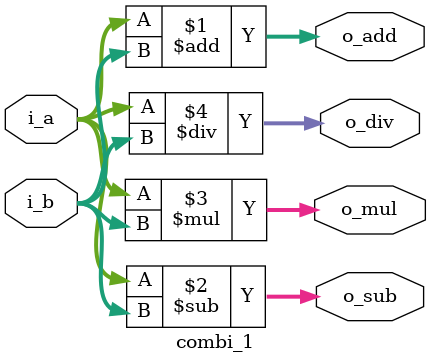
<source format=v>
`timescale 1ns / 1ps

module combi_1(
	input	[7:0]	i_a,
	input	[7:0]	i_b,

	output 	[8:0]	o_add,
	output	[7:0]	o_sub,
	output 	[15:0]	o_mul,
	output	[7:0]	o_div
);

	assign o_add = i_a + i_b;
	assign o_sub = i_a - i_b;
	assign o_mul = i_a * i_b;
	assign o_div = i_a / i_b;		//it's hard to synthesize

endmodule

</source>
